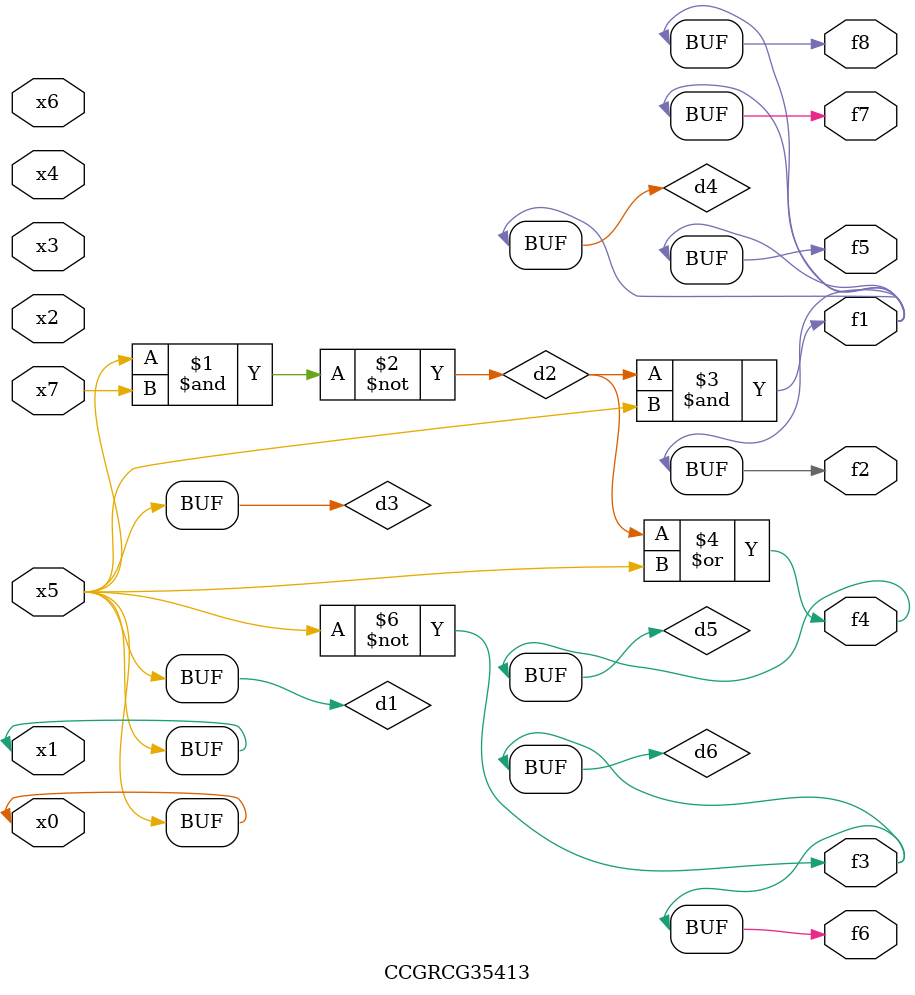
<source format=v>
module CCGRCG35413(
	input x0, x1, x2, x3, x4, x5, x6, x7,
	output f1, f2, f3, f4, f5, f6, f7, f8
);

	wire d1, d2, d3, d4, d5, d6;

	buf (d1, x0, x5);
	nand (d2, x5, x7);
	buf (d3, x0, x1);
	and (d4, d2, d3);
	or (d5, d2, d3);
	nor (d6, d1, d3);
	assign f1 = d4;
	assign f2 = d4;
	assign f3 = d6;
	assign f4 = d5;
	assign f5 = d4;
	assign f6 = d6;
	assign f7 = d4;
	assign f8 = d4;
endmodule

</source>
